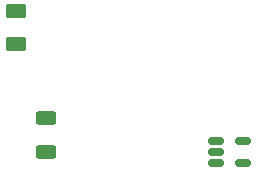
<source format=gbr>
%TF.GenerationSoftware,KiCad,Pcbnew,8.0.5*%
%TF.CreationDate,2024-11-11T20:44:43+01:00*%
%TF.ProjectId,nowa_plytka,6e6f7761-5f70-46c7-9974-6b612e6b6963,rev?*%
%TF.SameCoordinates,Original*%
%TF.FileFunction,Paste,Top*%
%TF.FilePolarity,Positive*%
%FSLAX46Y46*%
G04 Gerber Fmt 4.6, Leading zero omitted, Abs format (unit mm)*
G04 Created by KiCad (PCBNEW 8.0.5) date 2024-11-11 20:44:43*
%MOMM*%
%LPD*%
G01*
G04 APERTURE LIST*
G04 Aperture macros list*
%AMRoundRect*
0 Rectangle with rounded corners*
0 $1 Rounding radius*
0 $2 $3 $4 $5 $6 $7 $8 $9 X,Y pos of 4 corners*
0 Add a 4 corners polygon primitive as box body*
4,1,4,$2,$3,$4,$5,$6,$7,$8,$9,$2,$3,0*
0 Add four circle primitives for the rounded corners*
1,1,$1+$1,$2,$3*
1,1,$1+$1,$4,$5*
1,1,$1+$1,$6,$7*
1,1,$1+$1,$8,$9*
0 Add four rect primitives between the rounded corners*
20,1,$1+$1,$2,$3,$4,$5,0*
20,1,$1+$1,$4,$5,$6,$7,0*
20,1,$1+$1,$6,$7,$8,$9,0*
20,1,$1+$1,$8,$9,$2,$3,0*%
G04 Aperture macros list end*
%ADD10RoundRect,0.250000X0.625000X-0.375000X0.625000X0.375000X-0.625000X0.375000X-0.625000X-0.375000X0*%
%ADD11RoundRect,0.250000X-0.625000X0.312500X-0.625000X-0.312500X0.625000X-0.312500X0.625000X0.312500X0*%
%ADD12RoundRect,0.150000X-0.512500X-0.150000X0.512500X-0.150000X0.512500X0.150000X-0.512500X0.150000X0*%
G04 APERTURE END LIST*
D10*
%TO.C,D1*%
X130960000Y-104300000D03*
X130960000Y-101500000D03*
%TD*%
D11*
%TO.C,R1*%
X133500000Y-110537500D03*
X133500000Y-113462500D03*
%TD*%
D12*
%TO.C,U1*%
X147862500Y-112500000D03*
X147862500Y-113450000D03*
X147862500Y-114400000D03*
X150137500Y-114400000D03*
X150137500Y-112500000D03*
%TD*%
M02*

</source>
